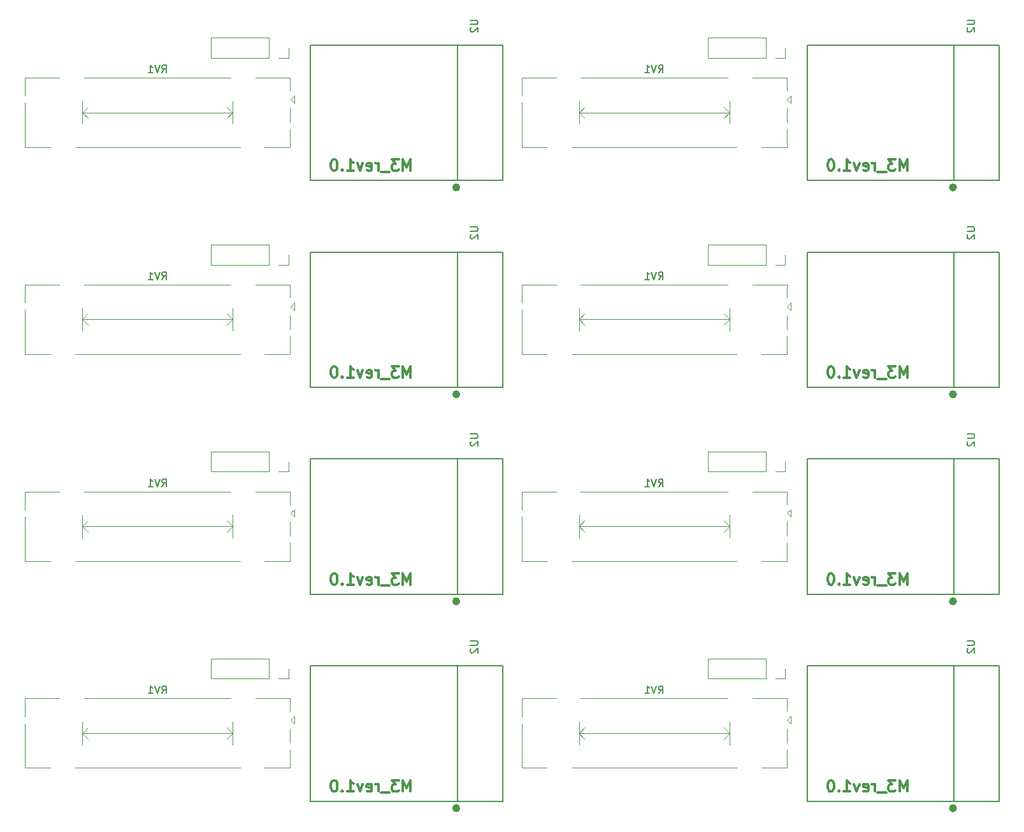
<source format=gbr>
G04 #@! TF.GenerationSoftware,KiCad,Pcbnew,5.0.2-bee76a0~70~ubuntu18.04.1*
G04 #@! TF.CreationDate,2019-05-10T18:36:06+02:00*
G04 #@! TF.ProjectId,m3_2x4_panel,6d335f32-7834-45f7-9061-6e656c2e6b69,rev?*
G04 #@! TF.SameCoordinates,Original*
G04 #@! TF.FileFunction,Legend,Bot*
G04 #@! TF.FilePolarity,Positive*
%FSLAX46Y46*%
G04 Gerber Fmt 4.6, Leading zero omitted, Abs format (unit mm)*
G04 Created by KiCad (PCBNEW 5.0.2-bee76a0~70~ubuntu18.04.1) date Fr 10 Mai 2019 18:36:06 CEST*
%MOMM*%
%LPD*%
G01*
G04 APERTURE LIST*
%ADD10C,0.300000*%
%ADD11C,0.120000*%
%ADD12C,0.150000*%
%ADD13C,0.500000*%
G04 APERTURE END LIST*
D10*
X172954000Y-139468571D02*
X172954000Y-137968571D01*
X172454000Y-139040000D01*
X171954000Y-137968571D01*
X171954000Y-139468571D01*
X171382571Y-137968571D02*
X170454000Y-137968571D01*
X170954000Y-138540000D01*
X170739714Y-138540000D01*
X170596857Y-138611428D01*
X170525428Y-138682857D01*
X170454000Y-138825714D01*
X170454000Y-139182857D01*
X170525428Y-139325714D01*
X170596857Y-139397142D01*
X170739714Y-139468571D01*
X171168285Y-139468571D01*
X171311142Y-139397142D01*
X171382571Y-139325714D01*
X170168285Y-139611428D02*
X169025428Y-139611428D01*
X168668285Y-139468571D02*
X168668285Y-138468571D01*
X168668285Y-138754285D02*
X168596857Y-138611428D01*
X168525428Y-138540000D01*
X168382571Y-138468571D01*
X168239714Y-138468571D01*
X167168285Y-139397142D02*
X167311142Y-139468571D01*
X167596857Y-139468571D01*
X167739714Y-139397142D01*
X167811142Y-139254285D01*
X167811142Y-138682857D01*
X167739714Y-138540000D01*
X167596857Y-138468571D01*
X167311142Y-138468571D01*
X167168285Y-138540000D01*
X167096857Y-138682857D01*
X167096857Y-138825714D01*
X167811142Y-138968571D01*
X166596857Y-138468571D02*
X166239714Y-139468571D01*
X165882571Y-138468571D01*
X164525428Y-139468571D02*
X165382571Y-139468571D01*
X164954000Y-139468571D02*
X164954000Y-137968571D01*
X165096857Y-138182857D01*
X165239714Y-138325714D01*
X165382571Y-138397142D01*
X163882571Y-139325714D02*
X163811142Y-139397142D01*
X163882571Y-139468571D01*
X163954000Y-139397142D01*
X163882571Y-139325714D01*
X163882571Y-139468571D01*
X162882571Y-137968571D02*
X162739714Y-137968571D01*
X162596857Y-138040000D01*
X162525428Y-138111428D01*
X162454000Y-138254285D01*
X162382571Y-138540000D01*
X162382571Y-138897142D01*
X162454000Y-139182857D01*
X162525428Y-139325714D01*
X162596857Y-139397142D01*
X162739714Y-139468571D01*
X162882571Y-139468571D01*
X163025428Y-139397142D01*
X163096857Y-139325714D01*
X163168285Y-139182857D01*
X163239714Y-138897142D01*
X163239714Y-138540000D01*
X163168285Y-138254285D01*
X163096857Y-138111428D01*
X163025428Y-138040000D01*
X162882571Y-137968571D01*
X106954000Y-139468571D02*
X106954000Y-137968571D01*
X106454000Y-139040000D01*
X105954000Y-137968571D01*
X105954000Y-139468571D01*
X105382571Y-137968571D02*
X104454000Y-137968571D01*
X104954000Y-138540000D01*
X104739714Y-138540000D01*
X104596857Y-138611428D01*
X104525428Y-138682857D01*
X104454000Y-138825714D01*
X104454000Y-139182857D01*
X104525428Y-139325714D01*
X104596857Y-139397142D01*
X104739714Y-139468571D01*
X105168285Y-139468571D01*
X105311142Y-139397142D01*
X105382571Y-139325714D01*
X104168285Y-139611428D02*
X103025428Y-139611428D01*
X102668285Y-139468571D02*
X102668285Y-138468571D01*
X102668285Y-138754285D02*
X102596857Y-138611428D01*
X102525428Y-138540000D01*
X102382571Y-138468571D01*
X102239714Y-138468571D01*
X101168285Y-139397142D02*
X101311142Y-139468571D01*
X101596857Y-139468571D01*
X101739714Y-139397142D01*
X101811142Y-139254285D01*
X101811142Y-138682857D01*
X101739714Y-138540000D01*
X101596857Y-138468571D01*
X101311142Y-138468571D01*
X101168285Y-138540000D01*
X101096857Y-138682857D01*
X101096857Y-138825714D01*
X101811142Y-138968571D01*
X100596857Y-138468571D02*
X100239714Y-139468571D01*
X99882571Y-138468571D01*
X98525428Y-139468571D02*
X99382571Y-139468571D01*
X98954000Y-139468571D02*
X98954000Y-137968571D01*
X99096857Y-138182857D01*
X99239714Y-138325714D01*
X99382571Y-138397142D01*
X97882571Y-139325714D02*
X97811142Y-139397142D01*
X97882571Y-139468571D01*
X97954000Y-139397142D01*
X97882571Y-139325714D01*
X97882571Y-139468571D01*
X96882571Y-137968571D02*
X96739714Y-137968571D01*
X96596857Y-138040000D01*
X96525428Y-138111428D01*
X96454000Y-138254285D01*
X96382571Y-138540000D01*
X96382571Y-138897142D01*
X96454000Y-139182857D01*
X96525428Y-139325714D01*
X96596857Y-139397142D01*
X96739714Y-139468571D01*
X96882571Y-139468571D01*
X97025428Y-139397142D01*
X97096857Y-139325714D01*
X97168285Y-139182857D01*
X97239714Y-138897142D01*
X97239714Y-138540000D01*
X97168285Y-138254285D01*
X97096857Y-138111428D01*
X97025428Y-138040000D01*
X96882571Y-137968571D01*
X172954000Y-111968571D02*
X172954000Y-110468571D01*
X172454000Y-111540000D01*
X171954000Y-110468571D01*
X171954000Y-111968571D01*
X171382571Y-110468571D02*
X170454000Y-110468571D01*
X170954000Y-111040000D01*
X170739714Y-111040000D01*
X170596857Y-111111428D01*
X170525428Y-111182857D01*
X170454000Y-111325714D01*
X170454000Y-111682857D01*
X170525428Y-111825714D01*
X170596857Y-111897142D01*
X170739714Y-111968571D01*
X171168285Y-111968571D01*
X171311142Y-111897142D01*
X171382571Y-111825714D01*
X170168285Y-112111428D02*
X169025428Y-112111428D01*
X168668285Y-111968571D02*
X168668285Y-110968571D01*
X168668285Y-111254285D02*
X168596857Y-111111428D01*
X168525428Y-111040000D01*
X168382571Y-110968571D01*
X168239714Y-110968571D01*
X167168285Y-111897142D02*
X167311142Y-111968571D01*
X167596857Y-111968571D01*
X167739714Y-111897142D01*
X167811142Y-111754285D01*
X167811142Y-111182857D01*
X167739714Y-111040000D01*
X167596857Y-110968571D01*
X167311142Y-110968571D01*
X167168285Y-111040000D01*
X167096857Y-111182857D01*
X167096857Y-111325714D01*
X167811142Y-111468571D01*
X166596857Y-110968571D02*
X166239714Y-111968571D01*
X165882571Y-110968571D01*
X164525428Y-111968571D02*
X165382571Y-111968571D01*
X164954000Y-111968571D02*
X164954000Y-110468571D01*
X165096857Y-110682857D01*
X165239714Y-110825714D01*
X165382571Y-110897142D01*
X163882571Y-111825714D02*
X163811142Y-111897142D01*
X163882571Y-111968571D01*
X163954000Y-111897142D01*
X163882571Y-111825714D01*
X163882571Y-111968571D01*
X162882571Y-110468571D02*
X162739714Y-110468571D01*
X162596857Y-110540000D01*
X162525428Y-110611428D01*
X162454000Y-110754285D01*
X162382571Y-111040000D01*
X162382571Y-111397142D01*
X162454000Y-111682857D01*
X162525428Y-111825714D01*
X162596857Y-111897142D01*
X162739714Y-111968571D01*
X162882571Y-111968571D01*
X163025428Y-111897142D01*
X163096857Y-111825714D01*
X163168285Y-111682857D01*
X163239714Y-111397142D01*
X163239714Y-111040000D01*
X163168285Y-110754285D01*
X163096857Y-110611428D01*
X163025428Y-110540000D01*
X162882571Y-110468571D01*
X106954000Y-111968571D02*
X106954000Y-110468571D01*
X106454000Y-111540000D01*
X105954000Y-110468571D01*
X105954000Y-111968571D01*
X105382571Y-110468571D02*
X104454000Y-110468571D01*
X104954000Y-111040000D01*
X104739714Y-111040000D01*
X104596857Y-111111428D01*
X104525428Y-111182857D01*
X104454000Y-111325714D01*
X104454000Y-111682857D01*
X104525428Y-111825714D01*
X104596857Y-111897142D01*
X104739714Y-111968571D01*
X105168285Y-111968571D01*
X105311142Y-111897142D01*
X105382571Y-111825714D01*
X104168285Y-112111428D02*
X103025428Y-112111428D01*
X102668285Y-111968571D02*
X102668285Y-110968571D01*
X102668285Y-111254285D02*
X102596857Y-111111428D01*
X102525428Y-111040000D01*
X102382571Y-110968571D01*
X102239714Y-110968571D01*
X101168285Y-111897142D02*
X101311142Y-111968571D01*
X101596857Y-111968571D01*
X101739714Y-111897142D01*
X101811142Y-111754285D01*
X101811142Y-111182857D01*
X101739714Y-111040000D01*
X101596857Y-110968571D01*
X101311142Y-110968571D01*
X101168285Y-111040000D01*
X101096857Y-111182857D01*
X101096857Y-111325714D01*
X101811142Y-111468571D01*
X100596857Y-110968571D02*
X100239714Y-111968571D01*
X99882571Y-110968571D01*
X98525428Y-111968571D02*
X99382571Y-111968571D01*
X98954000Y-111968571D02*
X98954000Y-110468571D01*
X99096857Y-110682857D01*
X99239714Y-110825714D01*
X99382571Y-110897142D01*
X97882571Y-111825714D02*
X97811142Y-111897142D01*
X97882571Y-111968571D01*
X97954000Y-111897142D01*
X97882571Y-111825714D01*
X97882571Y-111968571D01*
X96882571Y-110468571D02*
X96739714Y-110468571D01*
X96596857Y-110540000D01*
X96525428Y-110611428D01*
X96454000Y-110754285D01*
X96382571Y-111040000D01*
X96382571Y-111397142D01*
X96454000Y-111682857D01*
X96525428Y-111825714D01*
X96596857Y-111897142D01*
X96739714Y-111968571D01*
X96882571Y-111968571D01*
X97025428Y-111897142D01*
X97096857Y-111825714D01*
X97168285Y-111682857D01*
X97239714Y-111397142D01*
X97239714Y-111040000D01*
X97168285Y-110754285D01*
X97096857Y-110611428D01*
X97025428Y-110540000D01*
X96882571Y-110468571D01*
X172954000Y-84468571D02*
X172954000Y-82968571D01*
X172454000Y-84040000D01*
X171954000Y-82968571D01*
X171954000Y-84468571D01*
X171382571Y-82968571D02*
X170454000Y-82968571D01*
X170954000Y-83540000D01*
X170739714Y-83540000D01*
X170596857Y-83611428D01*
X170525428Y-83682857D01*
X170454000Y-83825714D01*
X170454000Y-84182857D01*
X170525428Y-84325714D01*
X170596857Y-84397142D01*
X170739714Y-84468571D01*
X171168285Y-84468571D01*
X171311142Y-84397142D01*
X171382571Y-84325714D01*
X170168285Y-84611428D02*
X169025428Y-84611428D01*
X168668285Y-84468571D02*
X168668285Y-83468571D01*
X168668285Y-83754285D02*
X168596857Y-83611428D01*
X168525428Y-83540000D01*
X168382571Y-83468571D01*
X168239714Y-83468571D01*
X167168285Y-84397142D02*
X167311142Y-84468571D01*
X167596857Y-84468571D01*
X167739714Y-84397142D01*
X167811142Y-84254285D01*
X167811142Y-83682857D01*
X167739714Y-83540000D01*
X167596857Y-83468571D01*
X167311142Y-83468571D01*
X167168285Y-83540000D01*
X167096857Y-83682857D01*
X167096857Y-83825714D01*
X167811142Y-83968571D01*
X166596857Y-83468571D02*
X166239714Y-84468571D01*
X165882571Y-83468571D01*
X164525428Y-84468571D02*
X165382571Y-84468571D01*
X164954000Y-84468571D02*
X164954000Y-82968571D01*
X165096857Y-83182857D01*
X165239714Y-83325714D01*
X165382571Y-83397142D01*
X163882571Y-84325714D02*
X163811142Y-84397142D01*
X163882571Y-84468571D01*
X163954000Y-84397142D01*
X163882571Y-84325714D01*
X163882571Y-84468571D01*
X162882571Y-82968571D02*
X162739714Y-82968571D01*
X162596857Y-83040000D01*
X162525428Y-83111428D01*
X162454000Y-83254285D01*
X162382571Y-83540000D01*
X162382571Y-83897142D01*
X162454000Y-84182857D01*
X162525428Y-84325714D01*
X162596857Y-84397142D01*
X162739714Y-84468571D01*
X162882571Y-84468571D01*
X163025428Y-84397142D01*
X163096857Y-84325714D01*
X163168285Y-84182857D01*
X163239714Y-83897142D01*
X163239714Y-83540000D01*
X163168285Y-83254285D01*
X163096857Y-83111428D01*
X163025428Y-83040000D01*
X162882571Y-82968571D01*
X106954000Y-84468571D02*
X106954000Y-82968571D01*
X106454000Y-84040000D01*
X105954000Y-82968571D01*
X105954000Y-84468571D01*
X105382571Y-82968571D02*
X104454000Y-82968571D01*
X104954000Y-83540000D01*
X104739714Y-83540000D01*
X104596857Y-83611428D01*
X104525428Y-83682857D01*
X104454000Y-83825714D01*
X104454000Y-84182857D01*
X104525428Y-84325714D01*
X104596857Y-84397142D01*
X104739714Y-84468571D01*
X105168285Y-84468571D01*
X105311142Y-84397142D01*
X105382571Y-84325714D01*
X104168285Y-84611428D02*
X103025428Y-84611428D01*
X102668285Y-84468571D02*
X102668285Y-83468571D01*
X102668285Y-83754285D02*
X102596857Y-83611428D01*
X102525428Y-83540000D01*
X102382571Y-83468571D01*
X102239714Y-83468571D01*
X101168285Y-84397142D02*
X101311142Y-84468571D01*
X101596857Y-84468571D01*
X101739714Y-84397142D01*
X101811142Y-84254285D01*
X101811142Y-83682857D01*
X101739714Y-83540000D01*
X101596857Y-83468571D01*
X101311142Y-83468571D01*
X101168285Y-83540000D01*
X101096857Y-83682857D01*
X101096857Y-83825714D01*
X101811142Y-83968571D01*
X100596857Y-83468571D02*
X100239714Y-84468571D01*
X99882571Y-83468571D01*
X98525428Y-84468571D02*
X99382571Y-84468571D01*
X98954000Y-84468571D02*
X98954000Y-82968571D01*
X99096857Y-83182857D01*
X99239714Y-83325714D01*
X99382571Y-83397142D01*
X97882571Y-84325714D02*
X97811142Y-84397142D01*
X97882571Y-84468571D01*
X97954000Y-84397142D01*
X97882571Y-84325714D01*
X97882571Y-84468571D01*
X96882571Y-82968571D02*
X96739714Y-82968571D01*
X96596857Y-83040000D01*
X96525428Y-83111428D01*
X96454000Y-83254285D01*
X96382571Y-83540000D01*
X96382571Y-83897142D01*
X96454000Y-84182857D01*
X96525428Y-84325714D01*
X96596857Y-84397142D01*
X96739714Y-84468571D01*
X96882571Y-84468571D01*
X97025428Y-84397142D01*
X97096857Y-84325714D01*
X97168285Y-84182857D01*
X97239714Y-83897142D01*
X97239714Y-83540000D01*
X97168285Y-83254285D01*
X97096857Y-83111428D01*
X97025428Y-83040000D01*
X96882571Y-82968571D01*
X172954000Y-56968571D02*
X172954000Y-55468571D01*
X172454000Y-56540000D01*
X171954000Y-55468571D01*
X171954000Y-56968571D01*
X171382571Y-55468571D02*
X170454000Y-55468571D01*
X170954000Y-56040000D01*
X170739714Y-56040000D01*
X170596857Y-56111428D01*
X170525428Y-56182857D01*
X170454000Y-56325714D01*
X170454000Y-56682857D01*
X170525428Y-56825714D01*
X170596857Y-56897142D01*
X170739714Y-56968571D01*
X171168285Y-56968571D01*
X171311142Y-56897142D01*
X171382571Y-56825714D01*
X170168285Y-57111428D02*
X169025428Y-57111428D01*
X168668285Y-56968571D02*
X168668285Y-55968571D01*
X168668285Y-56254285D02*
X168596857Y-56111428D01*
X168525428Y-56040000D01*
X168382571Y-55968571D01*
X168239714Y-55968571D01*
X167168285Y-56897142D02*
X167311142Y-56968571D01*
X167596857Y-56968571D01*
X167739714Y-56897142D01*
X167811142Y-56754285D01*
X167811142Y-56182857D01*
X167739714Y-56040000D01*
X167596857Y-55968571D01*
X167311142Y-55968571D01*
X167168285Y-56040000D01*
X167096857Y-56182857D01*
X167096857Y-56325714D01*
X167811142Y-56468571D01*
X166596857Y-55968571D02*
X166239714Y-56968571D01*
X165882571Y-55968571D01*
X164525428Y-56968571D02*
X165382571Y-56968571D01*
X164954000Y-56968571D02*
X164954000Y-55468571D01*
X165096857Y-55682857D01*
X165239714Y-55825714D01*
X165382571Y-55897142D01*
X163882571Y-56825714D02*
X163811142Y-56897142D01*
X163882571Y-56968571D01*
X163954000Y-56897142D01*
X163882571Y-56825714D01*
X163882571Y-56968571D01*
X162882571Y-55468571D02*
X162739714Y-55468571D01*
X162596857Y-55540000D01*
X162525428Y-55611428D01*
X162454000Y-55754285D01*
X162382571Y-56040000D01*
X162382571Y-56397142D01*
X162454000Y-56682857D01*
X162525428Y-56825714D01*
X162596857Y-56897142D01*
X162739714Y-56968571D01*
X162882571Y-56968571D01*
X163025428Y-56897142D01*
X163096857Y-56825714D01*
X163168285Y-56682857D01*
X163239714Y-56397142D01*
X163239714Y-56040000D01*
X163168285Y-55754285D01*
X163096857Y-55611428D01*
X163025428Y-55540000D01*
X162882571Y-55468571D01*
X106954000Y-56968571D02*
X106954000Y-55468571D01*
X106454000Y-56540000D01*
X105954000Y-55468571D01*
X105954000Y-56968571D01*
X105382571Y-55468571D02*
X104454000Y-55468571D01*
X104954000Y-56040000D01*
X104739714Y-56040000D01*
X104596857Y-56111428D01*
X104525428Y-56182857D01*
X104454000Y-56325714D01*
X104454000Y-56682857D01*
X104525428Y-56825714D01*
X104596857Y-56897142D01*
X104739714Y-56968571D01*
X105168285Y-56968571D01*
X105311142Y-56897142D01*
X105382571Y-56825714D01*
X104168285Y-57111428D02*
X103025428Y-57111428D01*
X102668285Y-56968571D02*
X102668285Y-55968571D01*
X102668285Y-56254285D02*
X102596857Y-56111428D01*
X102525428Y-56040000D01*
X102382571Y-55968571D01*
X102239714Y-55968571D01*
X101168285Y-56897142D02*
X101311142Y-56968571D01*
X101596857Y-56968571D01*
X101739714Y-56897142D01*
X101811142Y-56754285D01*
X101811142Y-56182857D01*
X101739714Y-56040000D01*
X101596857Y-55968571D01*
X101311142Y-55968571D01*
X101168285Y-56040000D01*
X101096857Y-56182857D01*
X101096857Y-56325714D01*
X101811142Y-56468571D01*
X100596857Y-55968571D02*
X100239714Y-56968571D01*
X99882571Y-55968571D01*
X98525428Y-56968571D02*
X99382571Y-56968571D01*
X98954000Y-56968571D02*
X98954000Y-55468571D01*
X99096857Y-55682857D01*
X99239714Y-55825714D01*
X99382571Y-55897142D01*
X97882571Y-56825714D02*
X97811142Y-56897142D01*
X97882571Y-56968571D01*
X97954000Y-56897142D01*
X97882571Y-56825714D01*
X97882571Y-56968571D01*
X96882571Y-55468571D02*
X96739714Y-55468571D01*
X96596857Y-55540000D01*
X96525428Y-55611428D01*
X96454000Y-55754285D01*
X96382571Y-56040000D01*
X96382571Y-56397142D01*
X96454000Y-56682857D01*
X96525428Y-56825714D01*
X96596857Y-56897142D01*
X96739714Y-56968571D01*
X96882571Y-56968571D01*
X97025428Y-56897142D01*
X97096857Y-56825714D01*
X97168285Y-56682857D01*
X97239714Y-56397142D01*
X97239714Y-56040000D01*
X97168285Y-55754285D01*
X97096857Y-55611428D01*
X97025428Y-55540000D01*
X96882571Y-55468571D01*
D11*
G04 #@! TO.C,RV1*
X129330000Y-131720000D02*
X130080000Y-132470000D01*
X130080000Y-130970000D02*
X129330000Y-131720000D01*
X129330000Y-130220000D02*
X129330000Y-133220000D01*
X149330000Y-131720000D02*
X148580000Y-132470000D01*
X148580000Y-130970000D02*
X149330000Y-131720000D01*
X149330000Y-130220000D02*
X149330000Y-133220000D01*
X149330000Y-131720000D02*
X129330000Y-131720000D01*
X157505000Y-130470000D02*
X157005000Y-129970000D01*
X157505000Y-129470000D02*
X157505000Y-130470000D01*
X157005000Y-129970000D02*
X157505000Y-129470000D01*
X121710000Y-130426000D02*
X121710000Y-136340000D01*
X121710000Y-127100000D02*
X121710000Y-129514000D01*
X156950000Y-133926000D02*
X156950000Y-136340000D01*
X156950000Y-131145000D02*
X156950000Y-133015000D01*
X156950000Y-127100000D02*
X156950000Y-128795000D01*
X125094000Y-136340000D02*
X121710000Y-136340000D01*
X150294000Y-136340000D02*
X128365000Y-136340000D01*
X156950000Y-136340000D02*
X153565000Y-136340000D01*
X126294000Y-127100000D02*
X121710000Y-127100000D01*
X149094000Y-127100000D02*
X129565000Y-127100000D01*
X156950000Y-127100000D02*
X152365000Y-127100000D01*
X63330000Y-131720000D02*
X64080000Y-132470000D01*
X64080000Y-130970000D02*
X63330000Y-131720000D01*
X63330000Y-130220000D02*
X63330000Y-133220000D01*
X83330000Y-131720000D02*
X82580000Y-132470000D01*
X82580000Y-130970000D02*
X83330000Y-131720000D01*
X83330000Y-130220000D02*
X83330000Y-133220000D01*
X83330000Y-131720000D02*
X63330000Y-131720000D01*
X91505000Y-130470000D02*
X91005000Y-129970000D01*
X91505000Y-129470000D02*
X91505000Y-130470000D01*
X91005000Y-129970000D02*
X91505000Y-129470000D01*
X55710000Y-130426000D02*
X55710000Y-136340000D01*
X55710000Y-127100000D02*
X55710000Y-129514000D01*
X90950000Y-133926000D02*
X90950000Y-136340000D01*
X90950000Y-131145000D02*
X90950000Y-133015000D01*
X90950000Y-127100000D02*
X90950000Y-128795000D01*
X59094000Y-136340000D02*
X55710000Y-136340000D01*
X84294000Y-136340000D02*
X62365000Y-136340000D01*
X90950000Y-136340000D02*
X87565000Y-136340000D01*
X60294000Y-127100000D02*
X55710000Y-127100000D01*
X83094000Y-127100000D02*
X63565000Y-127100000D01*
X90950000Y-127100000D02*
X86365000Y-127100000D01*
X129330000Y-104220000D02*
X130080000Y-104970000D01*
X130080000Y-103470000D02*
X129330000Y-104220000D01*
X129330000Y-102720000D02*
X129330000Y-105720000D01*
X149330000Y-104220000D02*
X148580000Y-104970000D01*
X148580000Y-103470000D02*
X149330000Y-104220000D01*
X149330000Y-102720000D02*
X149330000Y-105720000D01*
X149330000Y-104220000D02*
X129330000Y-104220000D01*
X157505000Y-102970000D02*
X157005000Y-102470000D01*
X157505000Y-101970000D02*
X157505000Y-102970000D01*
X157005000Y-102470000D02*
X157505000Y-101970000D01*
X121710000Y-102926000D02*
X121710000Y-108840000D01*
X121710000Y-99600000D02*
X121710000Y-102014000D01*
X156950000Y-106426000D02*
X156950000Y-108840000D01*
X156950000Y-103645000D02*
X156950000Y-105515000D01*
X156950000Y-99600000D02*
X156950000Y-101295000D01*
X125094000Y-108840000D02*
X121710000Y-108840000D01*
X150294000Y-108840000D02*
X128365000Y-108840000D01*
X156950000Y-108840000D02*
X153565000Y-108840000D01*
X126294000Y-99600000D02*
X121710000Y-99600000D01*
X149094000Y-99600000D02*
X129565000Y-99600000D01*
X156950000Y-99600000D02*
X152365000Y-99600000D01*
X63330000Y-104220000D02*
X64080000Y-104970000D01*
X64080000Y-103470000D02*
X63330000Y-104220000D01*
X63330000Y-102720000D02*
X63330000Y-105720000D01*
X83330000Y-104220000D02*
X82580000Y-104970000D01*
X82580000Y-103470000D02*
X83330000Y-104220000D01*
X83330000Y-102720000D02*
X83330000Y-105720000D01*
X83330000Y-104220000D02*
X63330000Y-104220000D01*
X91505000Y-102970000D02*
X91005000Y-102470000D01*
X91505000Y-101970000D02*
X91505000Y-102970000D01*
X91005000Y-102470000D02*
X91505000Y-101970000D01*
X55710000Y-102926000D02*
X55710000Y-108840000D01*
X55710000Y-99600000D02*
X55710000Y-102014000D01*
X90950000Y-106426000D02*
X90950000Y-108840000D01*
X90950000Y-103645000D02*
X90950000Y-105515000D01*
X90950000Y-99600000D02*
X90950000Y-101295000D01*
X59094000Y-108840000D02*
X55710000Y-108840000D01*
X84294000Y-108840000D02*
X62365000Y-108840000D01*
X90950000Y-108840000D02*
X87565000Y-108840000D01*
X60294000Y-99600000D02*
X55710000Y-99600000D01*
X83094000Y-99600000D02*
X63565000Y-99600000D01*
X90950000Y-99600000D02*
X86365000Y-99600000D01*
X129330000Y-76720000D02*
X130080000Y-77470000D01*
X130080000Y-75970000D02*
X129330000Y-76720000D01*
X129330000Y-75220000D02*
X129330000Y-78220000D01*
X149330000Y-76720000D02*
X148580000Y-77470000D01*
X148580000Y-75970000D02*
X149330000Y-76720000D01*
X149330000Y-75220000D02*
X149330000Y-78220000D01*
X149330000Y-76720000D02*
X129330000Y-76720000D01*
X157505000Y-75470000D02*
X157005000Y-74970000D01*
X157505000Y-74470000D02*
X157505000Y-75470000D01*
X157005000Y-74970000D02*
X157505000Y-74470000D01*
X121710000Y-75426000D02*
X121710000Y-81340000D01*
X121710000Y-72100000D02*
X121710000Y-74514000D01*
X156950000Y-78926000D02*
X156950000Y-81340000D01*
X156950000Y-76145000D02*
X156950000Y-78015000D01*
X156950000Y-72100000D02*
X156950000Y-73795000D01*
X125094000Y-81340000D02*
X121710000Y-81340000D01*
X150294000Y-81340000D02*
X128365000Y-81340000D01*
X156950000Y-81340000D02*
X153565000Y-81340000D01*
X126294000Y-72100000D02*
X121710000Y-72100000D01*
X149094000Y-72100000D02*
X129565000Y-72100000D01*
X156950000Y-72100000D02*
X152365000Y-72100000D01*
X63330000Y-76720000D02*
X64080000Y-77470000D01*
X64080000Y-75970000D02*
X63330000Y-76720000D01*
X63330000Y-75220000D02*
X63330000Y-78220000D01*
X83330000Y-76720000D02*
X82580000Y-77470000D01*
X82580000Y-75970000D02*
X83330000Y-76720000D01*
X83330000Y-75220000D02*
X83330000Y-78220000D01*
X83330000Y-76720000D02*
X63330000Y-76720000D01*
X91505000Y-75470000D02*
X91005000Y-74970000D01*
X91505000Y-74470000D02*
X91505000Y-75470000D01*
X91005000Y-74970000D02*
X91505000Y-74470000D01*
X55710000Y-75426000D02*
X55710000Y-81340000D01*
X55710000Y-72100000D02*
X55710000Y-74514000D01*
X90950000Y-78926000D02*
X90950000Y-81340000D01*
X90950000Y-76145000D02*
X90950000Y-78015000D01*
X90950000Y-72100000D02*
X90950000Y-73795000D01*
X59094000Y-81340000D02*
X55710000Y-81340000D01*
X84294000Y-81340000D02*
X62365000Y-81340000D01*
X90950000Y-81340000D02*
X87565000Y-81340000D01*
X60294000Y-72100000D02*
X55710000Y-72100000D01*
X83094000Y-72100000D02*
X63565000Y-72100000D01*
X90950000Y-72100000D02*
X86365000Y-72100000D01*
X129330000Y-49220000D02*
X130080000Y-49970000D01*
X130080000Y-48470000D02*
X129330000Y-49220000D01*
X129330000Y-47720000D02*
X129330000Y-50720000D01*
X149330000Y-49220000D02*
X148580000Y-49970000D01*
X148580000Y-48470000D02*
X149330000Y-49220000D01*
X149330000Y-47720000D02*
X149330000Y-50720000D01*
X149330000Y-49220000D02*
X129330000Y-49220000D01*
X157505000Y-47970000D02*
X157005000Y-47470000D01*
X157505000Y-46970000D02*
X157505000Y-47970000D01*
X157005000Y-47470000D02*
X157505000Y-46970000D01*
X121710000Y-47926000D02*
X121710000Y-53840000D01*
X121710000Y-44600000D02*
X121710000Y-47014000D01*
X156950000Y-51426000D02*
X156950000Y-53840000D01*
X156950000Y-48645000D02*
X156950000Y-50515000D01*
X156950000Y-44600000D02*
X156950000Y-46295000D01*
X125094000Y-53840000D02*
X121710000Y-53840000D01*
X150294000Y-53840000D02*
X128365000Y-53840000D01*
X156950000Y-53840000D02*
X153565000Y-53840000D01*
X126294000Y-44600000D02*
X121710000Y-44600000D01*
X149094000Y-44600000D02*
X129565000Y-44600000D01*
X156950000Y-44600000D02*
X152365000Y-44600000D01*
D12*
G04 #@! TO.C,U2*
X185176000Y-122776000D02*
X185176000Y-140776000D01*
X159676000Y-122776000D02*
X159676000Y-140776000D01*
X185176000Y-122776000D02*
X159676000Y-122776000D01*
X185176000Y-140776000D02*
X159676000Y-140776000D01*
X179176000Y-122776000D02*
X179176000Y-140776000D01*
D13*
X179313981Y-141682000D02*
G75*
G03X179313981Y-141682000I-283981J0D01*
G01*
D12*
X119176000Y-122776000D02*
X119176000Y-140776000D01*
X93676000Y-122776000D02*
X93676000Y-140776000D01*
X119176000Y-122776000D02*
X93676000Y-122776000D01*
X119176000Y-140776000D02*
X93676000Y-140776000D01*
X113176000Y-122776000D02*
X113176000Y-140776000D01*
D13*
X113313981Y-141682000D02*
G75*
G03X113313981Y-141682000I-283981J0D01*
G01*
D12*
X185176000Y-95276000D02*
X185176000Y-113276000D01*
X159676000Y-95276000D02*
X159676000Y-113276000D01*
X185176000Y-95276000D02*
X159676000Y-95276000D01*
X185176000Y-113276000D02*
X159676000Y-113276000D01*
X179176000Y-95276000D02*
X179176000Y-113276000D01*
D13*
X179313981Y-114182000D02*
G75*
G03X179313981Y-114182000I-283981J0D01*
G01*
D12*
X119176000Y-95276000D02*
X119176000Y-113276000D01*
X93676000Y-95276000D02*
X93676000Y-113276000D01*
X119176000Y-95276000D02*
X93676000Y-95276000D01*
X119176000Y-113276000D02*
X93676000Y-113276000D01*
X113176000Y-95276000D02*
X113176000Y-113276000D01*
D13*
X113313981Y-114182000D02*
G75*
G03X113313981Y-114182000I-283981J0D01*
G01*
D12*
X185176000Y-67776000D02*
X185176000Y-85776000D01*
X159676000Y-67776000D02*
X159676000Y-85776000D01*
X185176000Y-67776000D02*
X159676000Y-67776000D01*
X185176000Y-85776000D02*
X159676000Y-85776000D01*
X179176000Y-67776000D02*
X179176000Y-85776000D01*
D13*
X179313981Y-86682000D02*
G75*
G03X179313981Y-86682000I-283981J0D01*
G01*
D12*
X119176000Y-67776000D02*
X119176000Y-85776000D01*
X93676000Y-67776000D02*
X93676000Y-85776000D01*
X119176000Y-67776000D02*
X93676000Y-67776000D01*
X119176000Y-85776000D02*
X93676000Y-85776000D01*
X113176000Y-67776000D02*
X113176000Y-85776000D01*
D13*
X113313981Y-86682000D02*
G75*
G03X113313981Y-86682000I-283981J0D01*
G01*
D12*
X185176000Y-40276000D02*
X185176000Y-58276000D01*
X159676000Y-40276000D02*
X159676000Y-58276000D01*
X185176000Y-40276000D02*
X159676000Y-40276000D01*
X185176000Y-58276000D02*
X159676000Y-58276000D01*
X179176000Y-40276000D02*
X179176000Y-58276000D01*
D13*
X179313981Y-59182000D02*
G75*
G03X179313981Y-59182000I-283981J0D01*
G01*
D11*
G04 #@! TO.C,J2*
X156738000Y-124470000D02*
X156738000Y-123140000D01*
X155408000Y-124470000D02*
X156738000Y-124470000D01*
X154138000Y-124470000D02*
X154138000Y-121810000D01*
X154138000Y-121810000D02*
X146458000Y-121810000D01*
X154138000Y-124470000D02*
X146458000Y-124470000D01*
X146458000Y-124470000D02*
X146458000Y-121810000D01*
X90738000Y-124470000D02*
X90738000Y-123140000D01*
X89408000Y-124470000D02*
X90738000Y-124470000D01*
X88138000Y-124470000D02*
X88138000Y-121810000D01*
X88138000Y-121810000D02*
X80458000Y-121810000D01*
X88138000Y-124470000D02*
X80458000Y-124470000D01*
X80458000Y-124470000D02*
X80458000Y-121810000D01*
X156738000Y-96970000D02*
X156738000Y-95640000D01*
X155408000Y-96970000D02*
X156738000Y-96970000D01*
X154138000Y-96970000D02*
X154138000Y-94310000D01*
X154138000Y-94310000D02*
X146458000Y-94310000D01*
X154138000Y-96970000D02*
X146458000Y-96970000D01*
X146458000Y-96970000D02*
X146458000Y-94310000D01*
X90738000Y-96970000D02*
X90738000Y-95640000D01*
X89408000Y-96970000D02*
X90738000Y-96970000D01*
X88138000Y-96970000D02*
X88138000Y-94310000D01*
X88138000Y-94310000D02*
X80458000Y-94310000D01*
X88138000Y-96970000D02*
X80458000Y-96970000D01*
X80458000Y-96970000D02*
X80458000Y-94310000D01*
X156738000Y-69470000D02*
X156738000Y-68140000D01*
X155408000Y-69470000D02*
X156738000Y-69470000D01*
X154138000Y-69470000D02*
X154138000Y-66810000D01*
X154138000Y-66810000D02*
X146458000Y-66810000D01*
X154138000Y-69470000D02*
X146458000Y-69470000D01*
X146458000Y-69470000D02*
X146458000Y-66810000D01*
X90738000Y-69470000D02*
X90738000Y-68140000D01*
X89408000Y-69470000D02*
X90738000Y-69470000D01*
X88138000Y-69470000D02*
X88138000Y-66810000D01*
X88138000Y-66810000D02*
X80458000Y-66810000D01*
X88138000Y-69470000D02*
X80458000Y-69470000D01*
X80458000Y-69470000D02*
X80458000Y-66810000D01*
X156738000Y-41970000D02*
X156738000Y-40640000D01*
X155408000Y-41970000D02*
X156738000Y-41970000D01*
X154138000Y-41970000D02*
X154138000Y-39310000D01*
X154138000Y-39310000D02*
X146458000Y-39310000D01*
X154138000Y-41970000D02*
X146458000Y-41970000D01*
X146458000Y-41970000D02*
X146458000Y-39310000D01*
G04 #@! TO.C,RV1*
X90950000Y-44600000D02*
X86365000Y-44600000D01*
X83094000Y-44600000D02*
X63565000Y-44600000D01*
X60294000Y-44600000D02*
X55710000Y-44600000D01*
X90950000Y-53840000D02*
X87565000Y-53840000D01*
X84294000Y-53840000D02*
X62365000Y-53840000D01*
X59094000Y-53840000D02*
X55710000Y-53840000D01*
X90950000Y-44600000D02*
X90950000Y-46295000D01*
X90950000Y-48645000D02*
X90950000Y-50515000D01*
X90950000Y-51426000D02*
X90950000Y-53840000D01*
X55710000Y-44600000D02*
X55710000Y-47014000D01*
X55710000Y-47926000D02*
X55710000Y-53840000D01*
X91005000Y-47470000D02*
X91505000Y-46970000D01*
X91505000Y-46970000D02*
X91505000Y-47970000D01*
X91505000Y-47970000D02*
X91005000Y-47470000D01*
X83330000Y-49220000D02*
X63330000Y-49220000D01*
X83330000Y-47720000D02*
X83330000Y-50720000D01*
X82580000Y-48470000D02*
X83330000Y-49220000D01*
X83330000Y-49220000D02*
X82580000Y-49970000D01*
X63330000Y-47720000D02*
X63330000Y-50720000D01*
X64080000Y-48470000D02*
X63330000Y-49220000D01*
X63330000Y-49220000D02*
X64080000Y-49970000D01*
G04 #@! TO.C,J2*
X80458000Y-41970000D02*
X80458000Y-39310000D01*
X88138000Y-41970000D02*
X80458000Y-41970000D01*
X88138000Y-39310000D02*
X80458000Y-39310000D01*
X88138000Y-41970000D02*
X88138000Y-39310000D01*
X89408000Y-41970000D02*
X90738000Y-41970000D01*
X90738000Y-41970000D02*
X90738000Y-40640000D01*
D13*
G04 #@! TO.C,U2*
X113313981Y-59182000D02*
G75*
G03X113313981Y-59182000I-283981J0D01*
G01*
D12*
X113176000Y-40276000D02*
X113176000Y-58276000D01*
X119176000Y-58276000D02*
X93676000Y-58276000D01*
X119176000Y-40276000D02*
X93676000Y-40276000D01*
X93676000Y-40276000D02*
X93676000Y-58276000D01*
X119176000Y-40276000D02*
X119176000Y-58276000D01*
G04 #@! TO.C,RV1*
X139925238Y-126422380D02*
X140258571Y-125946190D01*
X140496666Y-126422380D02*
X140496666Y-125422380D01*
X140115714Y-125422380D01*
X140020476Y-125470000D01*
X139972857Y-125517619D01*
X139925238Y-125612857D01*
X139925238Y-125755714D01*
X139972857Y-125850952D01*
X140020476Y-125898571D01*
X140115714Y-125946190D01*
X140496666Y-125946190D01*
X139639523Y-125422380D02*
X139306190Y-126422380D01*
X138972857Y-125422380D01*
X138115714Y-126422380D02*
X138687142Y-126422380D01*
X138401428Y-126422380D02*
X138401428Y-125422380D01*
X138496666Y-125565238D01*
X138591904Y-125660476D01*
X138687142Y-125708095D01*
X73925238Y-126422380D02*
X74258571Y-125946190D01*
X74496666Y-126422380D02*
X74496666Y-125422380D01*
X74115714Y-125422380D01*
X74020476Y-125470000D01*
X73972857Y-125517619D01*
X73925238Y-125612857D01*
X73925238Y-125755714D01*
X73972857Y-125850952D01*
X74020476Y-125898571D01*
X74115714Y-125946190D01*
X74496666Y-125946190D01*
X73639523Y-125422380D02*
X73306190Y-126422380D01*
X72972857Y-125422380D01*
X72115714Y-126422380D02*
X72687142Y-126422380D01*
X72401428Y-126422380D02*
X72401428Y-125422380D01*
X72496666Y-125565238D01*
X72591904Y-125660476D01*
X72687142Y-125708095D01*
X139925238Y-98922380D02*
X140258571Y-98446190D01*
X140496666Y-98922380D02*
X140496666Y-97922380D01*
X140115714Y-97922380D01*
X140020476Y-97970000D01*
X139972857Y-98017619D01*
X139925238Y-98112857D01*
X139925238Y-98255714D01*
X139972857Y-98350952D01*
X140020476Y-98398571D01*
X140115714Y-98446190D01*
X140496666Y-98446190D01*
X139639523Y-97922380D02*
X139306190Y-98922380D01*
X138972857Y-97922380D01*
X138115714Y-98922380D02*
X138687142Y-98922380D01*
X138401428Y-98922380D02*
X138401428Y-97922380D01*
X138496666Y-98065238D01*
X138591904Y-98160476D01*
X138687142Y-98208095D01*
X73925238Y-98922380D02*
X74258571Y-98446190D01*
X74496666Y-98922380D02*
X74496666Y-97922380D01*
X74115714Y-97922380D01*
X74020476Y-97970000D01*
X73972857Y-98017619D01*
X73925238Y-98112857D01*
X73925238Y-98255714D01*
X73972857Y-98350952D01*
X74020476Y-98398571D01*
X74115714Y-98446190D01*
X74496666Y-98446190D01*
X73639523Y-97922380D02*
X73306190Y-98922380D01*
X72972857Y-97922380D01*
X72115714Y-98922380D02*
X72687142Y-98922380D01*
X72401428Y-98922380D02*
X72401428Y-97922380D01*
X72496666Y-98065238D01*
X72591904Y-98160476D01*
X72687142Y-98208095D01*
X139925238Y-71422380D02*
X140258571Y-70946190D01*
X140496666Y-71422380D02*
X140496666Y-70422380D01*
X140115714Y-70422380D01*
X140020476Y-70470000D01*
X139972857Y-70517619D01*
X139925238Y-70612857D01*
X139925238Y-70755714D01*
X139972857Y-70850952D01*
X140020476Y-70898571D01*
X140115714Y-70946190D01*
X140496666Y-70946190D01*
X139639523Y-70422380D02*
X139306190Y-71422380D01*
X138972857Y-70422380D01*
X138115714Y-71422380D02*
X138687142Y-71422380D01*
X138401428Y-71422380D02*
X138401428Y-70422380D01*
X138496666Y-70565238D01*
X138591904Y-70660476D01*
X138687142Y-70708095D01*
X73925238Y-71422380D02*
X74258571Y-70946190D01*
X74496666Y-71422380D02*
X74496666Y-70422380D01*
X74115714Y-70422380D01*
X74020476Y-70470000D01*
X73972857Y-70517619D01*
X73925238Y-70612857D01*
X73925238Y-70755714D01*
X73972857Y-70850952D01*
X74020476Y-70898571D01*
X74115714Y-70946190D01*
X74496666Y-70946190D01*
X73639523Y-70422380D02*
X73306190Y-71422380D01*
X72972857Y-70422380D01*
X72115714Y-71422380D02*
X72687142Y-71422380D01*
X72401428Y-71422380D02*
X72401428Y-70422380D01*
X72496666Y-70565238D01*
X72591904Y-70660476D01*
X72687142Y-70708095D01*
X139925238Y-43922380D02*
X140258571Y-43446190D01*
X140496666Y-43922380D02*
X140496666Y-42922380D01*
X140115714Y-42922380D01*
X140020476Y-42970000D01*
X139972857Y-43017619D01*
X139925238Y-43112857D01*
X139925238Y-43255714D01*
X139972857Y-43350952D01*
X140020476Y-43398571D01*
X140115714Y-43446190D01*
X140496666Y-43446190D01*
X139639523Y-42922380D02*
X139306190Y-43922380D01*
X138972857Y-42922380D01*
X138115714Y-43922380D02*
X138687142Y-43922380D01*
X138401428Y-43922380D02*
X138401428Y-42922380D01*
X138496666Y-43065238D01*
X138591904Y-43160476D01*
X138687142Y-43208095D01*
G04 #@! TO.C,U2*
X180895380Y-119457095D02*
X181704904Y-119457095D01*
X181800142Y-119504714D01*
X181847761Y-119552333D01*
X181895380Y-119647571D01*
X181895380Y-119838047D01*
X181847761Y-119933285D01*
X181800142Y-119980904D01*
X181704904Y-120028523D01*
X180895380Y-120028523D01*
X180990619Y-120457095D02*
X180943000Y-120504714D01*
X180895380Y-120599952D01*
X180895380Y-120838047D01*
X180943000Y-120933285D01*
X180990619Y-120980904D01*
X181085857Y-121028523D01*
X181181095Y-121028523D01*
X181323952Y-120980904D01*
X181895380Y-120409476D01*
X181895380Y-121028523D01*
X114895380Y-119457095D02*
X115704904Y-119457095D01*
X115800142Y-119504714D01*
X115847761Y-119552333D01*
X115895380Y-119647571D01*
X115895380Y-119838047D01*
X115847761Y-119933285D01*
X115800142Y-119980904D01*
X115704904Y-120028523D01*
X114895380Y-120028523D01*
X114990619Y-120457095D02*
X114943000Y-120504714D01*
X114895380Y-120599952D01*
X114895380Y-120838047D01*
X114943000Y-120933285D01*
X114990619Y-120980904D01*
X115085857Y-121028523D01*
X115181095Y-121028523D01*
X115323952Y-120980904D01*
X115895380Y-120409476D01*
X115895380Y-121028523D01*
X180895380Y-91957095D02*
X181704904Y-91957095D01*
X181800142Y-92004714D01*
X181847761Y-92052333D01*
X181895380Y-92147571D01*
X181895380Y-92338047D01*
X181847761Y-92433285D01*
X181800142Y-92480904D01*
X181704904Y-92528523D01*
X180895380Y-92528523D01*
X180990619Y-92957095D02*
X180943000Y-93004714D01*
X180895380Y-93099952D01*
X180895380Y-93338047D01*
X180943000Y-93433285D01*
X180990619Y-93480904D01*
X181085857Y-93528523D01*
X181181095Y-93528523D01*
X181323952Y-93480904D01*
X181895380Y-92909476D01*
X181895380Y-93528523D01*
X114895380Y-91957095D02*
X115704904Y-91957095D01*
X115800142Y-92004714D01*
X115847761Y-92052333D01*
X115895380Y-92147571D01*
X115895380Y-92338047D01*
X115847761Y-92433285D01*
X115800142Y-92480904D01*
X115704904Y-92528523D01*
X114895380Y-92528523D01*
X114990619Y-92957095D02*
X114943000Y-93004714D01*
X114895380Y-93099952D01*
X114895380Y-93338047D01*
X114943000Y-93433285D01*
X114990619Y-93480904D01*
X115085857Y-93528523D01*
X115181095Y-93528523D01*
X115323952Y-93480904D01*
X115895380Y-92909476D01*
X115895380Y-93528523D01*
X180895380Y-64457095D02*
X181704904Y-64457095D01*
X181800142Y-64504714D01*
X181847761Y-64552333D01*
X181895380Y-64647571D01*
X181895380Y-64838047D01*
X181847761Y-64933285D01*
X181800142Y-64980904D01*
X181704904Y-65028523D01*
X180895380Y-65028523D01*
X180990619Y-65457095D02*
X180943000Y-65504714D01*
X180895380Y-65599952D01*
X180895380Y-65838047D01*
X180943000Y-65933285D01*
X180990619Y-65980904D01*
X181085857Y-66028523D01*
X181181095Y-66028523D01*
X181323952Y-65980904D01*
X181895380Y-65409476D01*
X181895380Y-66028523D01*
X114895380Y-64457095D02*
X115704904Y-64457095D01*
X115800142Y-64504714D01*
X115847761Y-64552333D01*
X115895380Y-64647571D01*
X115895380Y-64838047D01*
X115847761Y-64933285D01*
X115800142Y-64980904D01*
X115704904Y-65028523D01*
X114895380Y-65028523D01*
X114990619Y-65457095D02*
X114943000Y-65504714D01*
X114895380Y-65599952D01*
X114895380Y-65838047D01*
X114943000Y-65933285D01*
X114990619Y-65980904D01*
X115085857Y-66028523D01*
X115181095Y-66028523D01*
X115323952Y-65980904D01*
X115895380Y-65409476D01*
X115895380Y-66028523D01*
X180895380Y-36957095D02*
X181704904Y-36957095D01*
X181800142Y-37004714D01*
X181847761Y-37052333D01*
X181895380Y-37147571D01*
X181895380Y-37338047D01*
X181847761Y-37433285D01*
X181800142Y-37480904D01*
X181704904Y-37528523D01*
X180895380Y-37528523D01*
X180990619Y-37957095D02*
X180943000Y-38004714D01*
X180895380Y-38099952D01*
X180895380Y-38338047D01*
X180943000Y-38433285D01*
X180990619Y-38480904D01*
X181085857Y-38528523D01*
X181181095Y-38528523D01*
X181323952Y-38480904D01*
X181895380Y-37909476D01*
X181895380Y-38528523D01*
G04 #@! TO.C,RV1*
X73925238Y-43922380D02*
X74258571Y-43446190D01*
X74496666Y-43922380D02*
X74496666Y-42922380D01*
X74115714Y-42922380D01*
X74020476Y-42970000D01*
X73972857Y-43017619D01*
X73925238Y-43112857D01*
X73925238Y-43255714D01*
X73972857Y-43350952D01*
X74020476Y-43398571D01*
X74115714Y-43446190D01*
X74496666Y-43446190D01*
X73639523Y-42922380D02*
X73306190Y-43922380D01*
X72972857Y-42922380D01*
X72115714Y-43922380D02*
X72687142Y-43922380D01*
X72401428Y-43922380D02*
X72401428Y-42922380D01*
X72496666Y-43065238D01*
X72591904Y-43160476D01*
X72687142Y-43208095D01*
G04 #@! TO.C,U2*
X114895380Y-36957095D02*
X115704904Y-36957095D01*
X115800142Y-37004714D01*
X115847761Y-37052333D01*
X115895380Y-37147571D01*
X115895380Y-37338047D01*
X115847761Y-37433285D01*
X115800142Y-37480904D01*
X115704904Y-37528523D01*
X114895380Y-37528523D01*
X114990619Y-37957095D02*
X114943000Y-38004714D01*
X114895380Y-38099952D01*
X114895380Y-38338047D01*
X114943000Y-38433285D01*
X114990619Y-38480904D01*
X115085857Y-38528523D01*
X115181095Y-38528523D01*
X115323952Y-38480904D01*
X115895380Y-37909476D01*
X115895380Y-38528523D01*
G04 #@! TD*
M02*

</source>
